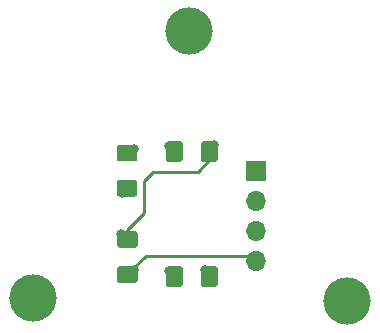
<source format=gbr>
G04 #@! TF.GenerationSoftware,KiCad,Pcbnew,5.0.2-bee76a0~70~ubuntu18.04.1*
G04 #@! TF.CreationDate,2018-11-28T18:49:55+01:00*
G04 #@! TF.ProjectId,AS5600_moveo_4_circ,41533536-3030-45f6-9d6f-76656f5f345f,rev?*
G04 #@! TF.SameCoordinates,Original*
G04 #@! TF.FileFunction,Copper,L1,Top*
G04 #@! TF.FilePolarity,Positive*
%FSLAX46Y46*%
G04 Gerber Fmt 4.6, Leading zero omitted, Abs format (unit mm)*
G04 Created by KiCad (PCBNEW 5.0.2-bee76a0~70~ubuntu18.04.1) date mié 28 nov 2018 18:49:55 CET*
%MOMM*%
%LPD*%
G01*
G04 APERTURE LIST*
G04 #@! TA.AperFunction,Conductor*
%ADD10C,0.100000*%
G04 #@! TD*
G04 #@! TA.AperFunction,SMDPad,CuDef*
%ADD11C,1.425000*%
G04 #@! TD*
G04 #@! TA.AperFunction,ComponentPad*
%ADD12R,1.700000X1.700000*%
G04 #@! TD*
G04 #@! TA.AperFunction,ComponentPad*
%ADD13O,1.700000X1.700000*%
G04 #@! TD*
G04 #@! TA.AperFunction,ViaPad*
%ADD14C,4.000000*%
G04 #@! TD*
G04 #@! TA.AperFunction,ViaPad*
%ADD15C,0.800000*%
G04 #@! TD*
G04 #@! TA.AperFunction,Conductor*
%ADD16C,0.250000*%
G04 #@! TD*
G04 APERTURE END LIST*
D10*
G04 #@! TO.N,GND*
G04 #@! TO.C,C1*
G36*
X143067304Y-88917304D02*
X143091573Y-88920904D01*
X143115371Y-88926865D01*
X143138471Y-88935130D01*
X143160649Y-88945620D01*
X143181693Y-88958233D01*
X143201398Y-88972847D01*
X143219577Y-88989323D01*
X143236053Y-89007502D01*
X143250667Y-89027207D01*
X143263280Y-89048251D01*
X143273770Y-89070429D01*
X143282035Y-89093529D01*
X143287996Y-89117327D01*
X143291596Y-89141596D01*
X143292800Y-89166100D01*
X143292800Y-90091100D01*
X143291596Y-90115604D01*
X143287996Y-90139873D01*
X143282035Y-90163671D01*
X143273770Y-90186771D01*
X143263280Y-90208949D01*
X143250667Y-90229993D01*
X143236053Y-90249698D01*
X143219577Y-90267877D01*
X143201398Y-90284353D01*
X143181693Y-90298967D01*
X143160649Y-90311580D01*
X143138471Y-90322070D01*
X143115371Y-90330335D01*
X143091573Y-90336296D01*
X143067304Y-90339896D01*
X143042800Y-90341100D01*
X141792800Y-90341100D01*
X141768296Y-90339896D01*
X141744027Y-90336296D01*
X141720229Y-90330335D01*
X141697129Y-90322070D01*
X141674951Y-90311580D01*
X141653907Y-90298967D01*
X141634202Y-90284353D01*
X141616023Y-90267877D01*
X141599547Y-90249698D01*
X141584933Y-90229993D01*
X141572320Y-90208949D01*
X141561830Y-90186771D01*
X141553565Y-90163671D01*
X141547604Y-90139873D01*
X141544004Y-90115604D01*
X141542800Y-90091100D01*
X141542800Y-89166100D01*
X141544004Y-89141596D01*
X141547604Y-89117327D01*
X141553565Y-89093529D01*
X141561830Y-89070429D01*
X141572320Y-89048251D01*
X141584933Y-89027207D01*
X141599547Y-89007502D01*
X141616023Y-88989323D01*
X141634202Y-88972847D01*
X141653907Y-88958233D01*
X141674951Y-88945620D01*
X141697129Y-88935130D01*
X141720229Y-88926865D01*
X141744027Y-88920904D01*
X141768296Y-88917304D01*
X141792800Y-88916100D01*
X143042800Y-88916100D01*
X143067304Y-88917304D01*
X143067304Y-88917304D01*
G37*
D11*
G04 #@! TD*
G04 #@! TO.P,C1,2*
G04 #@! TO.N,GND*
X142417800Y-89628600D03*
D10*
G04 #@! TO.N,5V*
G04 #@! TO.C,C1*
G36*
X143067304Y-85942304D02*
X143091573Y-85945904D01*
X143115371Y-85951865D01*
X143138471Y-85960130D01*
X143160649Y-85970620D01*
X143181693Y-85983233D01*
X143201398Y-85997847D01*
X143219577Y-86014323D01*
X143236053Y-86032502D01*
X143250667Y-86052207D01*
X143263280Y-86073251D01*
X143273770Y-86095429D01*
X143282035Y-86118529D01*
X143287996Y-86142327D01*
X143291596Y-86166596D01*
X143292800Y-86191100D01*
X143292800Y-87116100D01*
X143291596Y-87140604D01*
X143287996Y-87164873D01*
X143282035Y-87188671D01*
X143273770Y-87211771D01*
X143263280Y-87233949D01*
X143250667Y-87254993D01*
X143236053Y-87274698D01*
X143219577Y-87292877D01*
X143201398Y-87309353D01*
X143181693Y-87323967D01*
X143160649Y-87336580D01*
X143138471Y-87347070D01*
X143115371Y-87355335D01*
X143091573Y-87361296D01*
X143067304Y-87364896D01*
X143042800Y-87366100D01*
X141792800Y-87366100D01*
X141768296Y-87364896D01*
X141744027Y-87361296D01*
X141720229Y-87355335D01*
X141697129Y-87347070D01*
X141674951Y-87336580D01*
X141653907Y-87323967D01*
X141634202Y-87309353D01*
X141616023Y-87292877D01*
X141599547Y-87274698D01*
X141584933Y-87254993D01*
X141572320Y-87233949D01*
X141561830Y-87211771D01*
X141553565Y-87188671D01*
X141547604Y-87164873D01*
X141544004Y-87140604D01*
X141542800Y-87116100D01*
X141542800Y-86191100D01*
X141544004Y-86166596D01*
X141547604Y-86142327D01*
X141553565Y-86118529D01*
X141561830Y-86095429D01*
X141572320Y-86073251D01*
X141584933Y-86052207D01*
X141599547Y-86032502D01*
X141616023Y-86014323D01*
X141634202Y-85997847D01*
X141653907Y-85983233D01*
X141674951Y-85970620D01*
X141697129Y-85960130D01*
X141720229Y-85951865D01*
X141744027Y-85945904D01*
X141768296Y-85942304D01*
X141792800Y-85941100D01*
X143042800Y-85941100D01*
X143067304Y-85942304D01*
X143067304Y-85942304D01*
G37*
D11*
G04 #@! TD*
G04 #@! TO.P,C1,1*
G04 #@! TO.N,5V*
X142417800Y-86653600D03*
D10*
G04 #@! TO.N,GND*
G04 #@! TO.C,C2*
G36*
X143029204Y-78638304D02*
X143053473Y-78641904D01*
X143077271Y-78647865D01*
X143100371Y-78656130D01*
X143122549Y-78666620D01*
X143143593Y-78679233D01*
X143163298Y-78693847D01*
X143181477Y-78710323D01*
X143197953Y-78728502D01*
X143212567Y-78748207D01*
X143225180Y-78769251D01*
X143235670Y-78791429D01*
X143243935Y-78814529D01*
X143249896Y-78838327D01*
X143253496Y-78862596D01*
X143254700Y-78887100D01*
X143254700Y-79812100D01*
X143253496Y-79836604D01*
X143249896Y-79860873D01*
X143243935Y-79884671D01*
X143235670Y-79907771D01*
X143225180Y-79929949D01*
X143212567Y-79950993D01*
X143197953Y-79970698D01*
X143181477Y-79988877D01*
X143163298Y-80005353D01*
X143143593Y-80019967D01*
X143122549Y-80032580D01*
X143100371Y-80043070D01*
X143077271Y-80051335D01*
X143053473Y-80057296D01*
X143029204Y-80060896D01*
X143004700Y-80062100D01*
X141754700Y-80062100D01*
X141730196Y-80060896D01*
X141705927Y-80057296D01*
X141682129Y-80051335D01*
X141659029Y-80043070D01*
X141636851Y-80032580D01*
X141615807Y-80019967D01*
X141596102Y-80005353D01*
X141577923Y-79988877D01*
X141561447Y-79970698D01*
X141546833Y-79950993D01*
X141534220Y-79929949D01*
X141523730Y-79907771D01*
X141515465Y-79884671D01*
X141509504Y-79860873D01*
X141505904Y-79836604D01*
X141504700Y-79812100D01*
X141504700Y-78887100D01*
X141505904Y-78862596D01*
X141509504Y-78838327D01*
X141515465Y-78814529D01*
X141523730Y-78791429D01*
X141534220Y-78769251D01*
X141546833Y-78748207D01*
X141561447Y-78728502D01*
X141577923Y-78710323D01*
X141596102Y-78693847D01*
X141615807Y-78679233D01*
X141636851Y-78666620D01*
X141659029Y-78656130D01*
X141682129Y-78647865D01*
X141705927Y-78641904D01*
X141730196Y-78638304D01*
X141754700Y-78637100D01*
X143004700Y-78637100D01*
X143029204Y-78638304D01*
X143029204Y-78638304D01*
G37*
D11*
G04 #@! TD*
G04 #@! TO.P,C2,2*
G04 #@! TO.N,GND*
X142379700Y-79349600D03*
D10*
G04 #@! TO.N,+3V3*
G04 #@! TO.C,C2*
G36*
X143029204Y-81613304D02*
X143053473Y-81616904D01*
X143077271Y-81622865D01*
X143100371Y-81631130D01*
X143122549Y-81641620D01*
X143143593Y-81654233D01*
X143163298Y-81668847D01*
X143181477Y-81685323D01*
X143197953Y-81703502D01*
X143212567Y-81723207D01*
X143225180Y-81744251D01*
X143235670Y-81766429D01*
X143243935Y-81789529D01*
X143249896Y-81813327D01*
X143253496Y-81837596D01*
X143254700Y-81862100D01*
X143254700Y-82787100D01*
X143253496Y-82811604D01*
X143249896Y-82835873D01*
X143243935Y-82859671D01*
X143235670Y-82882771D01*
X143225180Y-82904949D01*
X143212567Y-82925993D01*
X143197953Y-82945698D01*
X143181477Y-82963877D01*
X143163298Y-82980353D01*
X143143593Y-82994967D01*
X143122549Y-83007580D01*
X143100371Y-83018070D01*
X143077271Y-83026335D01*
X143053473Y-83032296D01*
X143029204Y-83035896D01*
X143004700Y-83037100D01*
X141754700Y-83037100D01*
X141730196Y-83035896D01*
X141705927Y-83032296D01*
X141682129Y-83026335D01*
X141659029Y-83018070D01*
X141636851Y-83007580D01*
X141615807Y-82994967D01*
X141596102Y-82980353D01*
X141577923Y-82963877D01*
X141561447Y-82945698D01*
X141546833Y-82925993D01*
X141534220Y-82904949D01*
X141523730Y-82882771D01*
X141515465Y-82859671D01*
X141509504Y-82835873D01*
X141505904Y-82811604D01*
X141504700Y-82787100D01*
X141504700Y-81862100D01*
X141505904Y-81837596D01*
X141509504Y-81813327D01*
X141515465Y-81789529D01*
X141523730Y-81766429D01*
X141534220Y-81744251D01*
X141546833Y-81723207D01*
X141561447Y-81703502D01*
X141577923Y-81685323D01*
X141596102Y-81668847D01*
X141615807Y-81654233D01*
X141636851Y-81641620D01*
X141659029Y-81631130D01*
X141682129Y-81622865D01*
X141705927Y-81616904D01*
X141730196Y-81613304D01*
X141754700Y-81612100D01*
X143004700Y-81612100D01*
X143029204Y-81613304D01*
X143029204Y-81613304D01*
G37*
D11*
G04 #@! TD*
G04 #@! TO.P,C2,1*
G04 #@! TO.N,+3V3*
X142379700Y-82324600D03*
D12*
G04 #@! TO.P,J1,1*
G04 #@! TO.N,5V*
X153276300Y-80886300D03*
D13*
G04 #@! TO.P,J1,2*
G04 #@! TO.N,SDA*
X153276300Y-83426300D03*
G04 #@! TO.P,J1,3*
G04 #@! TO.N,SCL*
X153276300Y-85966300D03*
G04 #@! TO.P,J1,4*
G04 #@! TO.N,GND*
X153276300Y-88506300D03*
G04 #@! TD*
D10*
G04 #@! TO.N,SCL*
G04 #@! TO.C,R1*
G36*
X149840604Y-88940604D02*
X149864873Y-88944204D01*
X149888671Y-88950165D01*
X149911771Y-88958430D01*
X149933949Y-88968920D01*
X149954993Y-88981533D01*
X149974698Y-88996147D01*
X149992877Y-89012623D01*
X150009353Y-89030802D01*
X150023967Y-89050507D01*
X150036580Y-89071551D01*
X150047070Y-89093729D01*
X150055335Y-89116829D01*
X150061296Y-89140627D01*
X150064896Y-89164896D01*
X150066100Y-89189400D01*
X150066100Y-90439400D01*
X150064896Y-90463904D01*
X150061296Y-90488173D01*
X150055335Y-90511971D01*
X150047070Y-90535071D01*
X150036580Y-90557249D01*
X150023967Y-90578293D01*
X150009353Y-90597998D01*
X149992877Y-90616177D01*
X149974698Y-90632653D01*
X149954993Y-90647267D01*
X149933949Y-90659880D01*
X149911771Y-90670370D01*
X149888671Y-90678635D01*
X149864873Y-90684596D01*
X149840604Y-90688196D01*
X149816100Y-90689400D01*
X148891100Y-90689400D01*
X148866596Y-90688196D01*
X148842327Y-90684596D01*
X148818529Y-90678635D01*
X148795429Y-90670370D01*
X148773251Y-90659880D01*
X148752207Y-90647267D01*
X148732502Y-90632653D01*
X148714323Y-90616177D01*
X148697847Y-90597998D01*
X148683233Y-90578293D01*
X148670620Y-90557249D01*
X148660130Y-90535071D01*
X148651865Y-90511971D01*
X148645904Y-90488173D01*
X148642304Y-90463904D01*
X148641100Y-90439400D01*
X148641100Y-89189400D01*
X148642304Y-89164896D01*
X148645904Y-89140627D01*
X148651865Y-89116829D01*
X148660130Y-89093729D01*
X148670620Y-89071551D01*
X148683233Y-89050507D01*
X148697847Y-89030802D01*
X148714323Y-89012623D01*
X148732502Y-88996147D01*
X148752207Y-88981533D01*
X148773251Y-88968920D01*
X148795429Y-88958430D01*
X148818529Y-88950165D01*
X148842327Y-88944204D01*
X148866596Y-88940604D01*
X148891100Y-88939400D01*
X149816100Y-88939400D01*
X149840604Y-88940604D01*
X149840604Y-88940604D01*
G37*
D11*
G04 #@! TD*
G04 #@! TO.P,R1,2*
G04 #@! TO.N,SCL*
X149353600Y-89814400D03*
D10*
G04 #@! TO.N,5V*
G04 #@! TO.C,R1*
G36*
X146865604Y-88940604D02*
X146889873Y-88944204D01*
X146913671Y-88950165D01*
X146936771Y-88958430D01*
X146958949Y-88968920D01*
X146979993Y-88981533D01*
X146999698Y-88996147D01*
X147017877Y-89012623D01*
X147034353Y-89030802D01*
X147048967Y-89050507D01*
X147061580Y-89071551D01*
X147072070Y-89093729D01*
X147080335Y-89116829D01*
X147086296Y-89140627D01*
X147089896Y-89164896D01*
X147091100Y-89189400D01*
X147091100Y-90439400D01*
X147089896Y-90463904D01*
X147086296Y-90488173D01*
X147080335Y-90511971D01*
X147072070Y-90535071D01*
X147061580Y-90557249D01*
X147048967Y-90578293D01*
X147034353Y-90597998D01*
X147017877Y-90616177D01*
X146999698Y-90632653D01*
X146979993Y-90647267D01*
X146958949Y-90659880D01*
X146936771Y-90670370D01*
X146913671Y-90678635D01*
X146889873Y-90684596D01*
X146865604Y-90688196D01*
X146841100Y-90689400D01*
X145916100Y-90689400D01*
X145891596Y-90688196D01*
X145867327Y-90684596D01*
X145843529Y-90678635D01*
X145820429Y-90670370D01*
X145798251Y-90659880D01*
X145777207Y-90647267D01*
X145757502Y-90632653D01*
X145739323Y-90616177D01*
X145722847Y-90597998D01*
X145708233Y-90578293D01*
X145695620Y-90557249D01*
X145685130Y-90535071D01*
X145676865Y-90511971D01*
X145670904Y-90488173D01*
X145667304Y-90463904D01*
X145666100Y-90439400D01*
X145666100Y-89189400D01*
X145667304Y-89164896D01*
X145670904Y-89140627D01*
X145676865Y-89116829D01*
X145685130Y-89093729D01*
X145695620Y-89071551D01*
X145708233Y-89050507D01*
X145722847Y-89030802D01*
X145739323Y-89012623D01*
X145757502Y-88996147D01*
X145777207Y-88981533D01*
X145798251Y-88968920D01*
X145820429Y-88958430D01*
X145843529Y-88950165D01*
X145867327Y-88944204D01*
X145891596Y-88940604D01*
X145916100Y-88939400D01*
X146841100Y-88939400D01*
X146865604Y-88940604D01*
X146865604Y-88940604D01*
G37*
D11*
G04 #@! TD*
G04 #@! TO.P,R1,1*
G04 #@! TO.N,5V*
X146378600Y-89814400D03*
D10*
G04 #@! TO.N,SDA*
G04 #@! TO.C,R2*
G36*
X146865604Y-78348804D02*
X146889873Y-78352404D01*
X146913671Y-78358365D01*
X146936771Y-78366630D01*
X146958949Y-78377120D01*
X146979993Y-78389733D01*
X146999698Y-78404347D01*
X147017877Y-78420823D01*
X147034353Y-78439002D01*
X147048967Y-78458707D01*
X147061580Y-78479751D01*
X147072070Y-78501929D01*
X147080335Y-78525029D01*
X147086296Y-78548827D01*
X147089896Y-78573096D01*
X147091100Y-78597600D01*
X147091100Y-79847600D01*
X147089896Y-79872104D01*
X147086296Y-79896373D01*
X147080335Y-79920171D01*
X147072070Y-79943271D01*
X147061580Y-79965449D01*
X147048967Y-79986493D01*
X147034353Y-80006198D01*
X147017877Y-80024377D01*
X146999698Y-80040853D01*
X146979993Y-80055467D01*
X146958949Y-80068080D01*
X146936771Y-80078570D01*
X146913671Y-80086835D01*
X146889873Y-80092796D01*
X146865604Y-80096396D01*
X146841100Y-80097600D01*
X145916100Y-80097600D01*
X145891596Y-80096396D01*
X145867327Y-80092796D01*
X145843529Y-80086835D01*
X145820429Y-80078570D01*
X145798251Y-80068080D01*
X145777207Y-80055467D01*
X145757502Y-80040853D01*
X145739323Y-80024377D01*
X145722847Y-80006198D01*
X145708233Y-79986493D01*
X145695620Y-79965449D01*
X145685130Y-79943271D01*
X145676865Y-79920171D01*
X145670904Y-79896373D01*
X145667304Y-79872104D01*
X145666100Y-79847600D01*
X145666100Y-78597600D01*
X145667304Y-78573096D01*
X145670904Y-78548827D01*
X145676865Y-78525029D01*
X145685130Y-78501929D01*
X145695620Y-78479751D01*
X145708233Y-78458707D01*
X145722847Y-78439002D01*
X145739323Y-78420823D01*
X145757502Y-78404347D01*
X145777207Y-78389733D01*
X145798251Y-78377120D01*
X145820429Y-78366630D01*
X145843529Y-78358365D01*
X145867327Y-78352404D01*
X145891596Y-78348804D01*
X145916100Y-78347600D01*
X146841100Y-78347600D01*
X146865604Y-78348804D01*
X146865604Y-78348804D01*
G37*
D11*
G04 #@! TD*
G04 #@! TO.P,R2,2*
G04 #@! TO.N,SDA*
X146378600Y-79222600D03*
D10*
G04 #@! TO.N,5V*
G04 #@! TO.C,R2*
G36*
X149840604Y-78348804D02*
X149864873Y-78352404D01*
X149888671Y-78358365D01*
X149911771Y-78366630D01*
X149933949Y-78377120D01*
X149954993Y-78389733D01*
X149974698Y-78404347D01*
X149992877Y-78420823D01*
X150009353Y-78439002D01*
X150023967Y-78458707D01*
X150036580Y-78479751D01*
X150047070Y-78501929D01*
X150055335Y-78525029D01*
X150061296Y-78548827D01*
X150064896Y-78573096D01*
X150066100Y-78597600D01*
X150066100Y-79847600D01*
X150064896Y-79872104D01*
X150061296Y-79896373D01*
X150055335Y-79920171D01*
X150047070Y-79943271D01*
X150036580Y-79965449D01*
X150023967Y-79986493D01*
X150009353Y-80006198D01*
X149992877Y-80024377D01*
X149974698Y-80040853D01*
X149954993Y-80055467D01*
X149933949Y-80068080D01*
X149911771Y-80078570D01*
X149888671Y-80086835D01*
X149864873Y-80092796D01*
X149840604Y-80096396D01*
X149816100Y-80097600D01*
X148891100Y-80097600D01*
X148866596Y-80096396D01*
X148842327Y-80092796D01*
X148818529Y-80086835D01*
X148795429Y-80078570D01*
X148773251Y-80068080D01*
X148752207Y-80055467D01*
X148732502Y-80040853D01*
X148714323Y-80024377D01*
X148697847Y-80006198D01*
X148683233Y-79986493D01*
X148670620Y-79965449D01*
X148660130Y-79943271D01*
X148651865Y-79920171D01*
X148645904Y-79896373D01*
X148642304Y-79872104D01*
X148641100Y-79847600D01*
X148641100Y-78597600D01*
X148642304Y-78573096D01*
X148645904Y-78548827D01*
X148651865Y-78525029D01*
X148660130Y-78501929D01*
X148670620Y-78479751D01*
X148683233Y-78458707D01*
X148697847Y-78439002D01*
X148714323Y-78420823D01*
X148732502Y-78404347D01*
X148752207Y-78389733D01*
X148773251Y-78377120D01*
X148795429Y-78366630D01*
X148818529Y-78358365D01*
X148842327Y-78352404D01*
X148866596Y-78348804D01*
X148891100Y-78347600D01*
X149816100Y-78347600D01*
X149840604Y-78348804D01*
X149840604Y-78348804D01*
G37*
D11*
G04 #@! TD*
G04 #@! TO.P,R2,1*
G04 #@! TO.N,5V*
X149353600Y-79222600D03*
D14*
G04 #@! TO.N,*
X134391400Y-91617800D03*
X147655280Y-69054974D03*
X161013140Y-91912440D03*
D15*
G04 #@! TO.N,5V*
X145961100Y-89319100D03*
X149783800Y-78663800D03*
X141871700Y-86233000D03*
G04 #@! TO.N,GND*
X142976600Y-89268300D03*
X142951200Y-79032100D03*
G04 #@! TO.N,+3V3*
X141922500Y-82727800D03*
G04 #@! TO.N,SDA*
X145961100Y-78740000D03*
G04 #@! TO.N,SCL*
X148996400Y-89268300D03*
G04 #@! TD*
D16*
G04 #@! TO.N,5V*
X149783800Y-79527400D02*
X149783800Y-78663800D01*
X142417800Y-85841100D02*
X143802100Y-84456800D01*
X142417800Y-86653600D02*
X142417800Y-85841100D01*
X143802100Y-84456800D02*
X143802100Y-81673700D01*
X144564100Y-80911700D02*
X148399500Y-80911700D01*
X143802100Y-81673700D02*
X144564100Y-80911700D01*
X148399500Y-80911700D02*
X149783800Y-79527400D01*
G04 #@! TO.N,GND*
X152831800Y-88061800D02*
X153276300Y-88506300D01*
X142417800Y-89628600D02*
X143984600Y-88061800D01*
X143984600Y-88061800D02*
X152831800Y-88061800D01*
G04 #@! TD*
M02*

</source>
